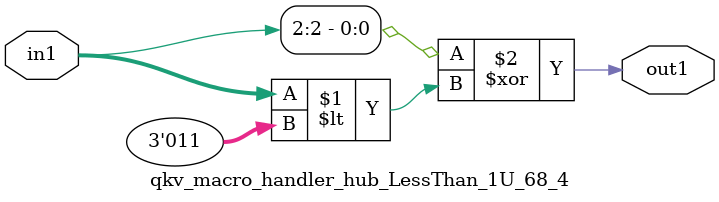
<source format=v>

`timescale 1ps / 1ps


module qkv_macro_handler_hub_LessThan_1U_68_4( in1, out1 );

    input [2:0] in1;
    output out1;

    
    // rtl_process:qkv_macro_handler_hub_LessThan_1U_52_4/qkv_macro_handler_hub_LessThan_1U_52_4_thread_1
    assign out1 = (in1[2] ^ in1 < 3'd3);

endmodule





</source>
